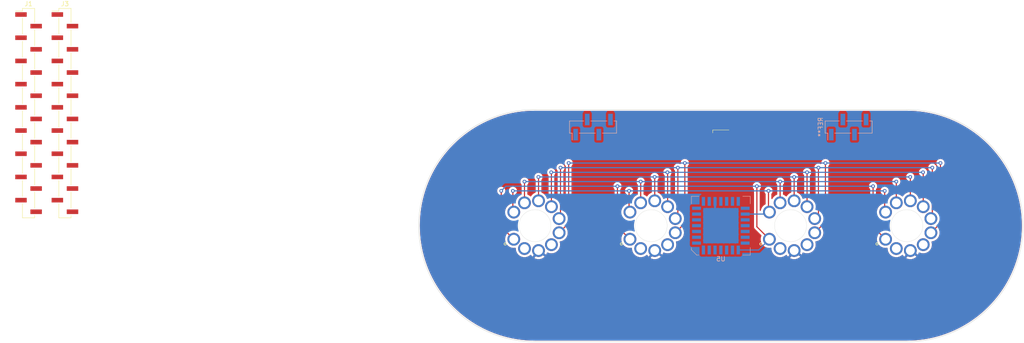
<source format=kicad_pcb>
(kicad_pcb (version 20221018) (generator pcbnew)
  (layers (0 "F.Cu" signal) (31 "B.Cu" signal) (34 "B.Paste" user) (35 "F.Paste" user) (36 "B.SilkS" user "B.Silkscreen") (37 "F.SilkS" user "F.Silkscreen") (38 "B.Mask" user) (39 "F.Mask" user) (44 "Edge.Cuts" user))
  (net 0 "")
  (net 1 "GND")
  (net 2 "E1")
  (net 3 "+GRID")
  (net 4 "+HEATER")
  (net 5 "D1")
  (net 6 "C1")
  (net 7 "B1")
  (net 8 "A1")
  (net 9 "G1")
  (net 10 "E2")
  (net 11 "D2")
  (net 12 "C2")
  (net 13 "B2")
  (net 14 "A2")
  (net 15 "G2")
  (net 16 "E3")
  (net 17 "D3")
  (net 18 "C3")
  (net 19 "B3")
  (net 20 "A3")
  (net 21 "G3")
  (net 22 "E4")
  (net 23 "D4")
  (net 24 "C4")
  (net 25 "B4")
  (net 26 "A4")
  (net 27 "F3")
  (net 28 "G4")
  (net 29 "F2")
  (net 30 "F1")
  (net 31 "F4")
  (net 43 "BLANK")
  (net 44 "CLK")
  (net 45 "STROBE")
  (net 49 "F")
  (net 50 "G")
  (net 51 "A")
  (net 52 "B")
  (net 53 "C")
  (net 54 "D")
  (net 55 "E")
  (net 56 "Data IN")
  (net 57 "+3V3")
  (net 58 "Grid1")
  (net 59 "Grid2")
  (net 60 "Grid3")
  (net 61 "Grid4")
  (footprint "Indicator-Tube:IV-12" (layer "F.Cu") (at 193.04 83.82)
    (fp_text reference "U3" hide)
    (fp_text value "~")
    (fp_circle (center -6.5 4) (end -6.289687 3.864839) (stroke (width 0.15)) (fill none) (layer "F.SilkS"))
    (fp_circle (center 0 0) (end 0 -3.5) (stroke (width 0.05)) (fill none) (layer "Edge.Cuts"))
    (pad "1" thru_hole circle (at -4.626894 2.973524 122.698) (size 2.8 2.8) (drill 1.95) (layers "*.Cu" "*.Mask") (net 55 "E"))
    (pad "2" thru_hole circle (at -2.284782 5.002975 155.399) (size 2.8 2.8) (drill 1.95) (layers "*.Cu" "*.Mask") (net 4 "+HEATER"))
    (pad "3" thru_hole circle (at 0.782731 5.444017 188.199) (size 2.8 2.8) (drill 1.95) (layers "*.Cu" "*.Mask") (net 1 "GND"))
    (pad "4" thru_hole circle (at 3.601733 4.156622 220.899) (size 2.8 2.8) (drill 1.95) (layers "*.Cu" "*.Mask") (net 60 "Grid3"))
    (pad "5" thru_hole circle (at 5.277211 1.549529 253.6) (size 2.8 2.8) (drill 1.95) (layers "*.Cu" "*.Mask") (net 54 "D"))
    (pad "6" thru_hole circle (at 5.277211 -1.549529 286.3) (size 2.8 2.8) (drill 1.95) (layers "*.Cu" "*.Mask") (net 53 "C"))
    (pad "7" thru_hole circle (at 3.601734 -4.156622 319.1) (size 2.8 2.8) (drill 1.95) (layers "*.Cu" "*.Mask") (net 52 "B"))
    (pad "8" thru_hole circle (at 0.782732 -5.444017 351.8) (size 2.8 2.8) (drill 1.95) (layers "*.Cu" "*.Mask") (net 51 "A"))
    (pad "9" thru_hole circle (at -2.284782 -5.002975 24.5) (size 2.8 2.8) (drill 1.95) (layers "*.Cu" "*.Mask") (net 50 "G"))
    (pad "10" thru_hole circle (at -4.626894 -2.973524 57.199) (size 2.8 2.8) (drill 1.95) (layers "*.Cu" "*.Mask") (net 49 "F"))
  )
  (footprint "Connector_PinHeader_2.54mm:PinHeader_1x18_P2.54mm_Vertical_SMD_Pin1Left" (layer "F.Cu") (at 34.413 59.182)
    (fp_text reference "J3" (at 0 -23.92) (layer "F.SilkS"))
    (fp_text value "Conn_01x18_Pin")
    (fp_line (start -1.33 -22.92) (end -1.33 -22.35) (stroke (width 0.12)) (layer "F.SilkS"))
    (fp_line (start -1.33 -22.92) (end 1.33 -22.92) (stroke (width 0.12)) (layer "F.SilkS"))
    (fp_line (start -1.33 -22.35) (end -2.85 -22.35) (stroke (width 0.12)) (layer "F.SilkS"))
    (fp_line (start -1.33 -20.83) (end -1.33 -17.27) (stroke (width 0.12)) (layer "F.SilkS"))
    (fp_line (start -1.33 -15.75) (end -1.33 -12.19) (stroke (width 0.12)) (layer "F.SilkS"))
    (fp_line (start -1.33 -10.67) (end -1.33 -7.11) (stroke (width 0.12)) (layer "F.SilkS"))
    (fp_line (start -1.33 -5.59) (end -1.33 -2.03) (stroke (width 0.12)) (layer "F.SilkS"))
    (fp_line (start -1.33 -0.51) (end -1.33 3.05) (stroke (width 0.12)) (layer "F.SilkS"))
    (fp_line (start -1.33 4.57) (end -1.33 8.13) (stroke (width 0.12)) (layer "F.SilkS"))
    (fp_line (start -1.33 9.65) (end -1.33 13.21) (stroke (width 0.12)) (layer "F.SilkS"))
    (fp_line (start -1.33 14.73) (end -1.33 18.29) (stroke (width 0.12)) (layer "F.SilkS"))
    (fp_line (start -1.33 19.81) (end -1.33 22.92) (stroke (width 0.12)) (layer "F.SilkS"))
    (fp_line (start -1.33 22.92) (end 1.33 22.92) (stroke (width 0.12)) (layer "F.SilkS"))
    (fp_line (start 1.33 -22.92) (end 1.33 -19.81) (stroke (width 0.12)) (layer "F.SilkS"))
    (fp_line (start 1.33 -18.29) (end 1.33 -14.73) (stroke (width 0.12)) (layer "F.SilkS"))
    (fp_line (start 1.33 -13.21) (end 1.33 -9.65) (stroke (width 0.12)) (layer "F.SilkS"))
    (fp_line (start 1.33 -8.13) (end 1.33 -4.57) (stroke (width 0.12)) (layer "F.SilkS"))
    (fp_line (start 1.33 -3.05) (end 1.33 0.51) (stroke (width 0.12)) (layer "F.SilkS"))
    (fp_line (start 1.33 2.03) (end 1.33 5.59) (stroke (width 0.12)) (layer "F.SilkS"))
    (fp_line (start 1.33 7.11) (end 1.33 10.67) (stroke (width 0.12)) (layer "F.SilkS"))
    (fp_line (start 1.33 12.19) (end 1.33 15.75) (stroke (width 0.12)) (layer "F.SilkS"))
    (fp_line (start 1.33 17.27) (end 1.33 20.83) (stroke (width 0.12)) (layer "F.SilkS"))
    (fp_line (start 1.33 22.35) (end 1.33 22.92) (stroke (width 0.12)) (layer "F.SilkS"))
    (pad "1" smd rect (at -1.655 -21.59) (size 2.51 1) (layers "F.Cu" "F.Paste" "F.Mask") (net 3 "+GRID"))
    (pad "2" smd rect (at 1.655 -19.05) (size 2.51 1) (layers "F.Cu" "F.Paste" "F.Mask") (net 1 "GND"))
    (pad "3" smd rect (at -1.655 -16.51) (size 2.51 1) (layers "F.Cu" "F.Paste" "F.Mask") (net 1 "GND"))
    (pad "4" smd rect (at 1.655 -13.97) (size 2.51 1) (layers "F.Cu" "F.Paste" "F.Mask") (net 29 "F2"))
    (pad "5" smd rect (at -1.655 -11.43) (size 2.51 1) (layers "F.Cu" "F.Paste" "F.Mask") (net 15 "G2"))
    (pad "6" smd rect (at 1.655 -8.89) (size 2.51 1) (layers "F.Cu" "F.Paste" "F.Mask") (net 14 "A2"))
    (pad "7" smd rect (at -1.655 -6.35) (size 2.51 1) (layers "F.Cu" "F.Paste" "F.Mask") (net 13 "B2"))
    (pad "8" smd rect (at 1.655 -3.81) (size 2.51 1) (layers "F.Cu" "F.Paste" "F.Mask") (net 12 "C2"))
    (pad "9" smd rect (at -1.655 -1.27) (size 2.51 1) (layers "F.Cu" "F.Paste" "F.Mask") (net 11 "D2"))
    (pad "10" smd rect (at 1.655 1.27) (size 2.51 1) (layers "F.Cu" "F.Paste" "F.Mask") (net 10 "E2"))
    (pad "11" smd rect (at -1.655 3.81) (size 2.51 1) (layers "F.Cu" "F.Paste" "F.Mask") (net 1 "GND"))
    (pad "12" smd rect (at 1.655 6.35) (size 2.51 1) (layers "F.Cu" "F.Paste" "F.Mask") (net 30 "F1"))
    (pad "13" smd rect (at -1.655 8.89) (size 2.51 1) (layers "F.Cu" "F.Paste" "F.Mask") (net 9 "G1"))
    (pad "14" smd rect (at 1.655 11.43) (size 2.51 1) (layers "F.Cu" "F.Paste" "F.Mask") (net 8 "A1"))
    (pad "15" smd rect (at -1.655 13.97) (size 2.51 1) (layers "F.Cu" "F.Paste" "F.Mask") (net 7 "B1"))
    (pad "16" smd rect (at 1.655 16.51) (size 2.51 1) (layers "F.Cu" "F.Paste" "F.Mask") (net 6 "C1"))
    (pad "17" smd rect (at -1.655 19.05) (size 2.51 1) (layers "F.Cu" "F.Paste" "F.Mask") (net 5 "D1"))
    (pad "18" smd rect (at 1.655 21.59) (size 2.51 1) (layers "F.Cu" "F.Paste" "F.Mask") (net 2 "E1"))
  )
  (footprint "Sensor_Ambient:WSOF6" (layer "F.Cu") (at 177.8 63.754)
    (fp_text reference "REF**")
    (fp_text value "WSOF6")
    (fp_line (start -1.778 -0.889) (end 1.778 -0.889) (stroke (width 0.1)) (layer "F.SilkS"))
    (fp_line (start -1.778 -0.254) (end -1.778 -0.889) (stroke (width 0.1)) (layer "F.SilkS"))
    (pad "" smd roundrect (at 0 0 90) (size 1.2 1.5) (layers "F.Cu" "F.Paste" "F.Mask"))
    (pad "1" smd roundrect (at -1.27 -0.508 90) (size 0.22 0.5) (layers "F.Cu" "F.Paste" "F.Mask"))
    (pad "2" smd roundrect (at -1.27 0 90) (size 0.22 0.5) (layers "F.Cu" "F.Paste" "F.Mask"))
    (pad "3" smd roundrect (at -1.27 0.508 90) (size 0.22 0.5) (layers "F.Cu" "F.Paste" "F.Mask"))
    (pad "4" smd roundrect (at 1.27 0.508 90) (size 0.22 0.5) (layers "F.Cu" "F.Paste" "F.Mask"))
    (pad "5" smd roundrect (at 1.27 0 90) (size 0.22 0.5) (layers "F.Cu" "F.Paste" "F.Mask"))
    (pad "6" smd roundrect (at 1.27 -0.508 90) (size 0.22 0.5) (layers "F.Cu" "F.Paste" "F.Mask"))
  )
  (footprint "Indicator-Tube:IV-12" (layer "F.Cu") (at 137.16 83.82)
    (fp_text reference "U1" hide)
    (fp_text value "~")
    (fp_circle (center -6.5 4) (end -6.289687 3.864839) (stroke (width 0.15)) (fill none) (layer "F.SilkS"))
    (fp_circle (center 0 0) (end 0 -3.5) (stroke (width 0.05)) (fill none) (layer "Edge.Cuts"))
    (pad "1" thru_hole circle (at -4.626894 2.973524 122.698) (size 2.8 2.8) (drill 1.95) (layers "*.Cu" "*.Mask") (net 55 "E"))
    (pad "2" thru_hole circle (at -2.284782 5.002975 155.399) (size 2.8 2.8) (drill 1.95) (layers "*.Cu" "*.Mask") (net 4 "+HEATER"))
    (pad "3" thru_hole circle (at 0.782731 5.444017 188.199) (size 2.8 2.8) (drill 1.95) (layers "*.Cu" "*.Mask") (net 1 "GND"))
    (pad "4" thru_hole circle (at 3.601733 4.156622 220.899) (size 2.8 2.8) (drill 1.95) (layers "*.Cu" "*.Mask") (net 58 "Grid1"))
    (pad "5" thru_hole circle (at 5.277211 1.549529 253.6) (size 2.8 2.8) (drill 1.95) (layers "*.Cu" "*.Mask") (net 54 "D"))
    (pad "6" thru_hole circle (at 5.277211 -1.549529 286.3) (size 2.8 2.8) (drill 1.95) (layers "*.Cu" "*.Mask") (net 53 "C"))
    (pad "7" thru_hole circle (at 3.601734 -4.156622 319.1) (size 2.8 2.8) (drill 1.95) (layers "*.Cu" "*.Mask") (net 52 "B"))
    (pad "8" thru_hole circle (at 0.782732 -5.444017 351.8) (size 2.8 2.8) (drill 1.95) (layers "*.Cu" "*.Mask") (net 51 "A"))
    (pad "9" thru_hole circle (at -2.284782 -5.002975 24.5) (size 2.8 2.8) (drill 1.95) (layers "*.Cu" "*.Mask") (net 50 "G"))
    (pad "10" thru_hole circle (at -4.626894 -2.973524 57.199) (size 2.8 2.8) (drill 1.95) (layers "*.Cu" "*.Mask") (net 49 "F"))
  )
  (footprint "Connector_PinHeader_2.54mm:PinHeader_1x18_P2.54mm_Vertical_SMD_Pin1Left" (layer "F.Cu") (at 26.463 59.182)
    (fp_text reference "J1" (at 0 -23.92) (layer "F.SilkS"))
    (fp_text value "Conn_01x18_Pin")
    (fp_line (start -1.33 -22.92) (end -1.33 -22.35) (stroke (width 0.12)) (layer "F.SilkS"))
    (fp_line (start -1.33 -22.92) (end 1.33 -22.92) (stroke (width 0.12)) (layer "F.SilkS"))
    (fp_line (start -1.33 -22.35) (end -2.85 -22.35) (stroke (width 0.12)) (layer "F.SilkS"))
    (fp_line (start -1.33 -20.83) (end -1.33 -17.27) (stroke (width 0.12)) (layer "F.SilkS"))
    (fp_line (start -1.33 -15.75) (end -1.33 -12.19) (stroke (width 0.12)) (layer "F.SilkS"))
    (fp_line (start -1.33 -10.67) (end -1.33 -7.11) (stroke (width 0.12)) (layer "F.SilkS"))
    (fp_line (start -1.33 -5.59) (end -1.33 -2.03) (stroke (width 0.12)) (layer "F.SilkS"))
    (fp_line (start -1.33 -0.51) (end -1.33 3.05) (stroke (width 0.12)) (layer "F.SilkS"))
    (fp_line (start -1.33 4.57) (end -1.33 8.13) (stroke (width 0.12)) (layer "F.SilkS"))
    (fp_line (start -1.33 9.65) (end -1.33 13.21) (stroke (width 0.12)) (layer "F.SilkS"))
    (fp_line (start -1.33 14.73) (end -1.33 18.29) (stroke (width 0.12)) (layer "F.SilkS"))
    (fp_line (start -1.33 19.81) (end -1.33 22.92) (stroke (width 0.12)) (layer "F.SilkS"))
    (fp_line (start -1.33 22.92) (end 1.33 22.92) (stroke (width 0.12)) (layer "F.SilkS"))
    (fp_line (start 1.33 -22.92) (end 1.33 -19.81) (stroke (width 0.12)) (layer "F.SilkS"))
    (fp_line (start 1.33 -18.29) (end 1.33 -14.73) (stroke (width 0.12)) (layer "F.SilkS"))
    (fp_line (start 1.33 -13.21) (end 1.33 -9.65) (stroke (width 0.12)) (layer "F.SilkS"))
    (fp_line (start 1.33 -8.13) (end 1.33 -4.57) (stroke (width 0.12)) (layer "F.SilkS"))
    (fp_line (start 1.33 -3.05) (end 1.33 0.51) (stroke (width 0.12)) (layer "F.SilkS"))
    (fp_line (start 1.33 2.03) (end 1.33 5.59) (stroke (width 0.12)) (layer "F.SilkS"))
    (fp_line (start 1.33 7.11) (end 1.33 10.67) (stroke (width 0.12)) (layer "F.SilkS"))
    (fp_line (start 1.33 12.19) (end 1.33 15.75) (stroke (width 0.12)) (layer "F.SilkS"))
    (fp_line (start 1.33 17.27) (end 1.33 20.83) (stroke (width 0.12)) (layer "F.SilkS"))
    (fp_line (start 1.33 22.35) (end 1.33 22.92) (stroke (width 0.12)) (layer "F.SilkS"))
    (pad "1" smd rect (at -1.655 -21.59) (size 2.51 1) (layers "F.Cu" "F.Paste" "F.Mask") (net 16 "E3"))
    (pad "2" smd rect (at 1.655 -19.05) (size 2.51 1) (layers "F.Cu" "F.Paste" "F.Mask") (net 17 "D3"))
    (pad "3" smd rect (at -1.655 -16.51) (size 2.51 1) (layers "F.Cu" "F.Paste" "F.Mask") (net 18 "C3"))
    (pad "4" smd rect (at 1.655 -13.97) (size 2.51 1) (layers "F.Cu" "F.Paste" "F.Mask") (net 19 "B3"))
    (pad "5" smd rect (at -1.655 -11.43) (size 2.51 1) (layers "F.Cu" "F.Paste" "F.Mask") (net 20 "A3"))
    (pad "6" smd rect (at 1.655 -8.89) (size 2.51 1) (layers "F.Cu" "F.Paste" "F.Mask") (net 21 "G3"))
    (pad "7" smd rect (at -1.655 -6.35) (size 2.51 1) (layers "F.Cu" "F.Paste" "F.Mask") (net 27 "F3"))
    (pad "8" smd rect (at 1.655 -3.81) (size 2.51 1) (layers "F.Cu" "F.Paste" "F.Mask") (net 1 "GND"))
    (pad "9" smd rect (at -1.655 -1.27) (size 2.51 1) (layers "F.Cu" "F.Paste" "F.Mask") (net 22 "E4"))
    (pad "10" smd rect (at 1.655 1.27) (size 2.51 1) (layers "F.Cu" "F.Paste" "F.Mask") (net 23 "D4"))
    (pad "11" smd rect (at -1.655 3.81) (size 2.51 1) (layers "F.Cu" "F.Paste" "F.Mask") (net 24 "C4"))
    (pad "12" smd rect (at 1.655 6.35) (size 2.51 1) (layers "F.Cu" "F.Paste" "F.Mask") (net 25 "B4"))
    (pad "13" smd rect (at -1.655 8.89) (size 2.51 1) (layers "F.Cu" "F.Paste" "F.Mask") (net 26 "A4"))
    (pad "14" smd rect (at 1.655 11.43) (size 2.51 1) (layers "F.Cu" "F.Paste" "F.Mask") (net 28 "G4"))
    (pad "15" smd rect (at -1.655 13.97) (size 2.51 1) (layers "F.Cu" "F.Paste" "F.Mask") (net 31 "F4"))
    (pad "16" smd rect (at 1.655 16.51) (size 2.51 1) (layers "F.Cu" "F.Paste" "F.Mask") (net 1 "GND"))
    (pad "17" smd rect (at -1.655 19.05) (size 2.51 1) (layers "F.Cu" "F.Paste" "F.Mask") (net 1 "GND"))
    (pad "18" smd rect (at 1.655 21.59) (size 2.51 1) (layers "F.Cu" "F.Paste" "F.Mask") (net 4 "+HEATER"))
  )
  (footprint "Indicator-Tube:IV-12" (layer "F.Cu") (at 162.56 83.82)
    (fp_text reference "U2" hide)
    (fp_text value "~")
    (fp_circle (center -6.5 4) (end -6.289687 3.864839) (stroke (width 0.15)) (fill none) (layer "F.SilkS"))
    (fp_circle (center 0 0) (end 0 -3.5) (stroke (width 0.05)) (fill none) (layer "Edge.Cuts"))
    (pad "1" thru_hole circle (at -4.626894 2.973524 122.698) (size 2.8 2.8) (drill 1.95) (layers "*.Cu" "*.Mask") (net 55 "E"))
    (pad "2" thru_hole circle (at -2.284782 5.002975 155.399) (size 2.8 2.8) (drill 1.95) (layers "*.Cu" "*.Mask") (net 4 "+HEATER"))
    (pad "3" thru_hole circle (at 0.782731 5.444017 188.199) (size 2.8 2.8) (drill 1.95) (layers "*.Cu" "*.Mask") (net 1 "GND"))
    (pad "4" thru_hole circle (at 3.601733 4.156622 220.899) (size 2.8 2.8) (drill 1.95) (layers "*.Cu" "*.Mask") (net 59 "Grid2"))
    (pad "5" thru_hole circle (at 5.277211 1.549529 253.6) (size 2.8 2.8) (drill 1.95) (layers "*.Cu" "*.Mask") (net 54 "D"))
    (pad "6" thru_hole circle (at 5.277211 -1.549529 286.3) (size 2.8 2.8) (drill 1.95) (layers "*.Cu" "*.Mask") (net 53 "C"))
    (pad "7" thru_hole circle (at 3.601734 -4.156622 319.1) (size 2.8 2.8) (drill 1.95) (layers "*.Cu" "*.Mask") (net 52 "B"))
    (pad "8" thru_hole circle (at 0.782732 -5.444017 351.8) (size 2.8 2.8) (drill 1.95) (layers "*.Cu" "*.Mask") (net 51 "A"))
    (pad "9" thru_hole circle (at -2.284782 -5.002975 24.5) (size 2.8 2.8) (drill 1.95) (layers "*.Cu" "*.Mask") (net 50 "G"))
    (pad "10" thru_hole circle (at -4.626894 -2.973524 57.199) (size 2.8 2.8) (drill 1.95) (layers "*.Cu" "*.Mask") (net 49 "F"))
  )
  (footprint "Indicator-Tube:IV-12" (layer "F.Cu") (at 218.44 83.82)
    (fp_text reference "U4" hide)
    (fp_text value "~")
    (fp_circle (center -6.5 4) (end -6.289687 3.864839) (stroke (width 0.15)) (fill none) (layer "F.SilkS"))
    (fp_circle (center 0 0) (end 0 -3.5) (stroke (width 0.05)) (fill none) (layer "Edge.Cuts"))
    (pad "1" thru_hole circle (at -4.626894 2.973524 122.698) (size 2.8 2.8) (drill 1.95) (layers "*.Cu" "*.Mask") (net 55 "E"))
    (pad "2" thru_hole circle (at -2.284782 5.002975 155.399) (size 2.8 2.8) (drill 1.95) (layers "*.Cu" "*.Mask") (net 4 "+HEATER"))
    (pad "3" thru_hole circle (at 0.782731 5.444017 188.199) (size 2.8 2.8) (drill 1.95) (layers "*.Cu" "*.Mask") (net 1 "GND"))
    (pad "4" thru_hole circle (at 3.601733 4.156622 220.899) (size 2.8 2.8) (drill 1.95) (layers "*.Cu" "*.Mask") (net 61 "Grid4"))
    (pad "5" thru_hole circle (at 5.277211 1.549529 253.6) (size 2.8 2.8) (drill 1.95) (layers "*.Cu" "*.Mask") (net 54 "D"))
    (pad "6" thru_hole circle (at 5.277211 -1.549529 286.3) (size 2.8 2.8) (drill 1.95) (layers "*.Cu" "*.Mask") (net 53 "C"))
    (pad "7" thru_hole circle (at 3.601734 -4.156622 319.1) (size 2.8 2.8) (drill 1.95) (layers "*.Cu" "*.Mask") (net 52 "B"))
    (pad "8" thru_hole circle (at 0.782732 -5.444017 351.8) (size 2.8 2.8) (drill 1.95) (layers "*.Cu" "*.Mask") (net 51 "A"))
    (pad "9" thru_hole circle (at -2.284782 -5.002975 24.5) (size 2.8 2.8) (drill 1.95) (layers "*.Cu" "*.Mask") (net 50 "G"))
    (pad "10" thru_hole circle (at -4.626894 -2.973524 57.199) (size 2.8 2.8) (drill 1.95) (layers "*.Cu" "*.Mask") (net 49 "F"))
  )
  (footprint "Package_LCC:PLCC-28" (layer "B.Cu") (at 177.8 83.82)
    (fp_text reference "U5" (at 0 7.285) (layer "B.SilkS") (effects (justify mirror)))
    (fp_text value "~")
    (fp_line (start -6.435 -6.435) (end -6.435 -4.785) (stroke (width 0.1)) (layer "B.SilkS"))
    (fp_line (start -6.435 5.285) (end -6.435 4.785) (stroke (width 0.1)) (layer "B.SilkS"))
    (fp_line (start -5.285 6.435) (end -6.435 5.285) (stroke (width 0.1)) (layer "B.SilkS"))
    (fp_line (start -4.785 -6.435) (end -6.435 -6.435) (stroke (width 0.1)) (layer "B.SilkS"))
    (fp_line (start -4.785 6.435) (end -5.285 6.435) (stroke (width 0.1)) (layer "B.SilkS"))
    (fp_line (start 4.785 -6.435) (end 6.435 -6.435) (stroke (width 0.1)) (layer "B.SilkS"))
    (fp_line (start 4.785 6.435) (end 6.435 6.435) (stroke (width 0.1)) (layer "B.SilkS"))
    (fp_line (start 6.435 -6.435) (end 6.435 -4.785) (stroke (width 0.1)) (layer "B.SilkS"))
    (fp_line (start 6.435 6.435) (end 6.435 4.785) (stroke (width 0.1)) (layer "B.SilkS"))
    (pad "1" smd rect (at 0 5.3225) (size 0.7 1.925) (layers "B.Cu" "B.Paste" "B.Mask") (net 3 "+GRID"))
    (pad "2" smd rect (at -1.27 5.3225) (size 0.7 1.925) (layers "B.Cu" "B.Paste" "B.Mask"))
    (pad "3" smd rect (at -2.54 5.3225) (size 0.7 1.925) (layers "B.Cu" "B.Paste" "B.Mask"))
    (pad "4" smd rect (at -3.81 5.3225) (size 0.7 1.925) (layers "B.Cu" "B.Paste" "B.Mask"))
    (pad "5" smd rect (at -5.3225 3.81) (size 1.925 0.7) (layers "B.Cu" "B.Paste" "B.Mask"))
    (pad "6" smd rect (at -5.3225 2.54) (size 1.925 0.7) (layers "B.Cu" "B.Paste" "B.Mask"))
    (pad "7" smd rect (at -5.3225 1.27) (size 1.925 0.7) (layers "B.Cu" "B.Paste" "B.Mask"))
    (pad "8" smd rect (at -5.3225 0) (size 1.925 0.7) (layers "B.Cu" "B.Paste" "B.Mask"))
    (pad "9" smd rect (at -5.3225 -1.27) (size 1.925 0.7) (layers "B.Cu" "B.Paste" "B.Mask"))
    (pad "10" smd rect (at -5.3225 -2.54) (size 1.925 0.7) (layers "B.Cu" "B.Paste" "B.Mask"))
    (pad "11" smd rect (at -5.3225 -3.81) (size 1.925 0.7) (layers "B.Cu" "B.Paste" "B.Mask"))
    (pad "12" smd rect (at -3.81 -5.3225) (size 0.7 1.925) (layers "B.Cu" "B.Paste" "B.Mask"))
    (pad "13" smd rect (at -2.54 -5.3225) (size 0.7 1.925) (layers "B.Cu" "B.Paste" "B.Mask") (net 43 "BLANK"))
    (pad "14" smd rect (at -1.27 -5.3225) (size 0.7 1.925) (layers "B.Cu" "B.Paste" "B.Mask") (net 1 "GND"))
    (pad "15" smd rect (at 0 -5.3225) (size 0.7 1.925) (layers "B.Cu" "B.Paste" "B.Mask") (net 44 "CLK"))
    (pad "16" smd rect (at 1.27 -5.3225) (size 0.7 1.925) (layers "B.Cu" "B.Paste" "B.Mask") (net 45 "STROBE"))
    (pad "17" smd rect (at 2.54 -5.3225) (size 0.7 1.925) (layers "B.Cu" "B.Paste" "B.Mask"))
    (pad "18" smd rect (at 3.81 -5.3225) (size 0.7 1.925) (layers "B.Cu" "B.Paste" "B.Mask"))
    (pad "19" smd rect (at 5.3225 -3.81) (size 1.925 0.7) (layers "B.Cu" "B.Paste" "B.Mask"))
    (pad "20" smd rect (at 5.3225 -2.54) (size 1.925 0.7) (layers "B.Cu" "B.Paste" "B.Mask") (net 49 "F"))
    (pad "21" smd rect (at 5.3225 -1.27) (size 1.925 0.7) (layers "B.Cu" "B.Paste" "B.Mask") (net 50 "G"))
    (pad "22" smd rect (at 5.3225 0) (size 1.925 0.7) (layers "B.Cu" "B.Paste" "B.Mask") (net 51 "A"))
    (pad "23" smd rect (at 5.3225 1.27) (size 1.925 0.7) (layers "B.Cu" "B.Paste" "B.Mask") (net 52 "B"))
    (pad "24" smd rect (at 5.3225 2.54) (size 1.925 0.7) (layers "B.Cu" "B.Paste" "B.Mask") (net 53 "C"))
    (pad "25" smd rect (at 5.3225 3.81) (size 1.925 0.7) (layers "B.Cu" "B.Paste" "B.Mask") (net 54 "D"))
    (pad "26" smd rect (at 3.81 5.3225) (size 0.7 1.925) (layers "B.Cu" "B.Paste" "B.Mask") (net 55 "E"))
    (pad "27" smd rect (at 2.54 5.3225) (size 0.7 1.925) (layers "B.Cu" "B.Paste" "B.Mask") (net 56 "Data IN"))
    (pad "28" smd rect (at 1.27 5.3225) (size 0.7 1.925) (layers "B.Cu" "B.Paste" "B.Mask") (net 57 "+3V3"))
  )
  (footprint "Connector_PinHeader_2.54mm:PinHeader_1x04_P2.54mm_Vertical_SMD_Pin1Right" (layer "B.Cu") (at 205.74 62.23 -90)
    (fp_text reference "REF**" (at 0 6.14 90) (layer "B.SilkS") (effects (justify mirror)))
    (fp_text value "PinHeader_1x04_P2.54mm_Vertical_SMD_Pin1Right")
    (fp_line (start -1.33 -5.14) (end 1.33 -5.14) (stroke (width 0.12)) (layer "B.SilkS"))
    (fp_line (start -1.33 -4.57) (end -1.33 -5.14) (stroke (width 0.12)) (layer "B.SilkS"))
    (fp_line (start -1.33 0.51) (end -1.33 -3.05) (stroke (width 0.12)) (layer "B.SilkS"))
    (fp_line (start -1.33 5.14) (end -1.33 2.03) (stroke (width 0.12)) (layer "B.SilkS"))
    (fp_line (start -1.33 5.14) (end 1.33 5.14) (stroke (width 0.12)) (layer "B.SilkS"))
    (fp_line (start 1.33 -2.03) (end 1.33 -5.14) (stroke (width 0.12)) (layer "B.SilkS"))
    (fp_line (start 1.33 3.05) (end 1.33 -0.51) (stroke (width 0.12)) (layer "B.SilkS"))
    (fp_line (start 1.33 4.57) (end 2.85 4.57) (stroke (width 0.12)) (layer "B.SilkS"))
    (fp_line (start 1.33 5.14) (end 1.33 4.57) (stroke (width 0.12)) (layer "B.SilkS"))
    (pad "1" smd rect (at 1.655 3.81 270) (size 2.51 1) (layers "B.Cu" "B.Paste" "B.Mask"))
    (pad "2" smd rect (at -1.655 1.27 270) (size 2.51 1) (layers "B.Cu" "B.Paste" "B.Mask"))
    (pad "3" smd rect (at 1.655 -1.27 270) (size 2.51 1) (layers "B.Cu" "B.Paste" "B.Mask"))
    (pad "4" smd rect (at -1.655 -3.81 270) (size 2.51 1) (layers "B.Cu" "B.Paste" "B.Mask"))
  )
  (footprint "Connector_PinHeader_2.54mm:PinHeader_1x04_P2.54mm_Vertical_SMD_Pin1Right" (layer "B.Cu") (at 149.86 62.23 -90)
    (fp_text reference "REF**" hide)
    (fp_text value "PinHeader_1x04_P2.54mm_Vertical_SMD_Pin1Right" hide)
    (fp_line (start -1.33 -5.14) (end 1.33 -5.14) (stroke (width 0.12)) (layer "B.SilkS"))
    (fp_line (start -1.33 -4.57) (end -1.33 -5.14) (stroke (width 0.12)) (layer "B.SilkS"))
    (fp_line (start -1.33 0.51) (end -1.33 -3.05) (stroke (width 0.12)) (layer "B.SilkS"))
    (fp_line (start -1.33 5.14) (end -1.33 2.03) (stroke (width 0.12)) (layer "B.SilkS"))
    (fp_line (start -1.33 5.14) (end 1.33 5.14) (stroke (width 0.12)) (layer "B.SilkS"))
    (fp_line (start 1.33 -2.03) (end 1.33 -5.14) (stroke (width 0.12)) (layer "B.SilkS"))
    (fp_line (start 1.33 3.05) (end 1.33 -0.51) (stroke (width 0.12)) (layer "B.SilkS"))
    (fp_line (start 1.33 4.57) (end 2.85 4.57) (stroke (width 0.12)) (layer "B.SilkS"))
    (fp_line (start 1.33 5.14) (end 1.33 4.57) (stroke (width 0.12)) (layer "B.SilkS"))
    (pad "1" smd rect (at 1.655 3.81 270) (size 2.51 1) (layers "B.Cu" "B.Paste" "B.Mask"))
    (pad "2" smd rect (at -1.655 1.27 270) (size 2.51 1) (layers "B.Cu" "B.Paste" "B.Mask"))
    (pad "3" smd rect (at 1.655 -1.27 270) (size 2.51 1) (layers "B.Cu" "B.Paste" "B.Mask"))
    (pad "4" smd rect (at -1.655 -3.81 270) (size 2.51 1) (layers "B.Cu" "B.Paste" "B.Mask"))
  )
  (gr_line (start 137.16 109.22) (end 218.44 109.22) (stroke (width 0.1)) (layer "Edge.Cuts"))
  (gr_line (start 218.44 58.42) (end 137.16 58.42) (stroke (width 0.1)) (layer "Edge.Cuts"))
  (gr_arc (start 218.44 58.42) (mid 243.84 83.82) (end 218.44 109.22) (stroke (width 0.1)) (layer "Edge.Cuts"))
  (gr_arc (start 137.16 109.22) (mid 111.76 83.82) (end 137.16 58.42) (stroke (width 0.1)) (layer "Edge.Cuts"))
  (segment (start 213.614 76.2) (end 213.614 80.64737) (width 0.25) (layer "F.Cu") (net 49))
  (segment (start 188.214 80.64737) (end 188.413106 80.846476) (width 0.25) (layer "F.Cu") (net 49))
  (segment (start 132.334 76.2) (end 132.334 80.64737) (width 0.25) (layer "F.Cu") (net 49))
  (segment (start 157.933106 80.846476) (end 157.734 80.64737) (width 0.25) (layer "F.Cu") (net 49))
  (segment (start 188.214 76.2) (end 188.214 80.64737) (width 0.25) (layer "F.Cu") (net 49))
  (segment (start 157.734 80.64737) (end 157.734 76.2) (width 0.25) (layer "F.Cu") (net 49))
  (segment (start 213.614 80.64737) (end 213.813106 80.846476) (width 0.25) (layer "F.Cu") (net 49))
  (segment (start 132.334 80.64737) (end 132.533106 80.846476) (width 0.25) (layer "F.Cu") (net 49))
  (via (at 213.614 76.2) (size 0.8) (drill 0.4) (layers "F.Cu" "B.Cu") (net 49))
  (via (at 188.214 76.2) (size 0.8) (drill 0.4) (layers "F.Cu" "B.Cu") (net 49))
  (via (at 157.734 76.2) (size 0.8) (drill 0.4) (layers "F.Cu" "B.Cu") (net 49))
  (via (at 132.334 76.2) (size 0.8) (drill 0.4) (layers "F.Cu" "B.Cu") (net 49))
  (segment (start 187.979582 81.28) (end 188.413106 80.846476) (width 0.25) (layer "B.Cu") (net 49))
  (segment (start 132.334 76.2) (end 157.734 76.2) (width 0.25) (layer "B.Cu") (net 49))
  (segment (start 157.734 76.2) (end 188.214 76.2) (width 0.25) (layer "B.Cu") (net 49))
  (segment (start 183.1225 81.28) (end 187.979582 81.28) (width 0.25) (layer "B.Cu") (net 49))
  (segment (start 188.214 76.2) (end 213.614 76.2) (width 0.25) (layer "B.Cu") (net 49))
  (segment (start 190.755218 74.168) (end 190.755218 78.817025) (width 0.25) (layer "F.Cu") (net 50))
  (segment (start 216.154 74.168) (end 216.155218 74.169218) (width 0.25) (layer "F.Cu") (net 50))
  (segment (start 160.275218 74.168) (end 160.275218 78.817025) (width 0.25) (layer "F.Cu") (net 50))
  (segment (start 134.874 74.168) (end 134.875218 74.169218) (width 0.25) (layer "F.Cu") (net 50))
  (segment (start 216.155218 74.169218) (end 216.155218 78.817025) (width 0.25) (layer "F.Cu") (net 50))
  (segment (start 134.875218 74.169218) (end 134.875218 78.817025) (width 0.25) (layer "F.Cu") (net 50))
  (via (at 216.154 74.168) (size 0.8) (drill 0.4) (layers "F.Cu" "B.Cu") (net 50))
  (via (at 190.755218 74.168) (size 0.8) (drill 0.4) (layers "F.Cu" "B.Cu") (net 50))
  (via (at 160.275218 74.168) (size 0.8) (drill 0.4) (layers "F.Cu" "B.Cu") (net 50))
  (via (at 134.874 74.168) (size 0.8) (drill 0.4) (layers "F.Cu" "B.Cu") (net 50))
  (segment (start 160.275218 74.168) (end 134.874 74.168) (width 0.25) (layer "B.Cu") (net 50))
  (segment (start 190.755218 74.168) (end 160.275218 74.168) (width 0.25) (layer "B.Cu") (net 50))
  (segment (start 190.755218 74.168) (end 216.154 74.168) (width 0.25) (layer "B.Cu") (net 50))
  (segment (start 163.342732 73.172732) (end 163.322 73.152) (width 0.25) (layer "F.Cu") (net 51))
  (segment (start 163.342732 78.375983) (end 163.342732 73.172732) (width 0.25) (layer "F.Cu") (net 51))
  (segment (start 137.942732 73.172732) (end 137.942732 78.375983) (width 0.25) (layer "F.Cu") (net 51))
  (segment (start 219.202 73.152) (end 219.222732 73.172732) (width 0.25) (layer "F.Cu") (net 51))
  (segment (start 219.222732 73.172732) (end 219.222732 78.375983) (width 0.25) (layer "F.Cu") (net 51))
  (segment (start 193.822732 73.172732) (end 193.822732 78.375983) (width 0.25) (layer "F.Cu") (net 51))
  (segment (start 137.922 73.152) (end 137.942732 73.172732) (width 0.25) (layer "F.Cu") (net 51))
  (via (at 219.202 73.152) (size 0.8) (drill 0.4) (layers "F.Cu" "B.Cu") (net 51))
  (via (at 193.822732 73.172732) (size 0.8) (drill 0.4) (layers "F.Cu" "B.Cu") (net 51))
  (via (at 163.322 73.152) (size 0.8) (drill 0.4) (layers "F.Cu" "B.Cu") (net 51))
  (via (at 137.922 73.152) (size 0.8) (drill 0.4) (layers "F.Cu" "B.Cu") (net 51))
  (segment (start 193.822732 73.172732) (end 193.843464 73.152) (width 0.25) (layer "B.Cu") (net 51))
  (segment (start 193.802 73.152) (end 163.322 73.152) (width 0.25) (layer "B.Cu") (net 51))
  (segment (start 193.822732 73.172732) (end 193.802 73.152) (width 0.25) (layer "B.Cu") (net 51))
  (segment (start 163.322 73.152) (end 137.922 73.152) (width 0.25) (layer "B.Cu") (net 51))
  (segment (start 193.843464 73.152) (end 219.202 73.152) (width 0.25) (layer "B.Cu") (net 51))
  (segment (start 140.716 72.136) (end 140.761734 72.181734) (width 0.25) (layer "F.Cu") (net 52))
  (segment (start 140.761734 72.181734) (end 140.761734 79.663378) (width 0.25) (layer "F.Cu") (net 52))
  (segment (start 196.641734 72.136) (end 196.641734 79.663378) (width 0.25) (layer "F.Cu") (net 52))
  (segment (start 222.041734 72.181734) (end 222.041734 79.663378) (width 0.25) (layer "F.Cu") (net 52))
  (segment (start 166.161734 72.181734) (end 166.161734 79.663378) (width 0.25) (layer "F.Cu") (net 52))
  (segment (start 166.116 72.136) (end 166.161734 72.181734) (width 0.25) (layer "F.Cu") (net 52))
  (segment (start 221.996 72.136) (end 222.041734 72.181734) (width 0.25) (layer "F.Cu") (net 52))
  (via (at 196.641734 72.136) (size 0.8) (drill 0.4) (layers "F.Cu" "B.Cu") (net 52))
  (via (at 140.716 72.136) (size 0.8) (drill 0.4) (layers "F.Cu" "B.Cu") (net 52))
  (via (at 166.116 72.136) (size 0.8) (drill 0.4) (layers "F.Cu" "B.Cu") (net 52))
  (via (at 221.996 72.136) (size 0.8) (drill 0.4) (layers "F.Cu" "B.Cu") (net 52))
  (segment (start 196.641734 72.136) (end 166.116 72.136) (width 0.25) (layer "B.Cu") (net 52))
  (segment (start 196.641734 72.136) (end 221.996 72.136) (width 0.25) (layer "B.Cu") (net 52))
  (segment (start 166.116 72.136) (end 140.716 72.136) (width 0.25) (layer "B.Cu") (net 52))
  (segment (start 224.028 71.12) (end 224.028 81.959682) (width 0.25) (layer "F.Cu") (net 53))
  (segment (start 142.748 81.959682) (end 142.437211 82.270471) (width 0.25) (layer "F.Cu") (net 53))
  (segment (start 142.748 71.12) (end 142.748 81.959682) (width 0.25) (layer "F.Cu") (net 53))
  (segment (start 167.837211 82.270471) (end 168.402 81.705682) (width 0.25) (layer "F.Cu") (net 53))
  (segment (start 168.402 81.705682) (end 168.402 71.12) (width 0.25) (layer "F.Cu") (net 53))
  (segment (start 199.136 81.451682) (end 198.317211 82.270471) (width 0.25) (layer "F.Cu") (net 53))
  (segment (start 199.136 71.12) (end 199.136 81.451682) (width 0.25) (layer "F.Cu") (net 53))
  (segment (start 224.028 81.959682) (end 223.717211 82.270471) (width 0.25) (layer "F.Cu") (net 53))
  (via (at 168.402 71.12) (size 0.8) (drill 0.4) (layers "F.Cu" "B.Cu") (net 53))
  (via (at 199.136 71.12) (size 0.8) (drill 0.4) (layers "F.Cu" "B.Cu") (net 53))
  (via (at 224.028 71.12) (size 0.8) (drill 0.4) (layers "F.Cu" "B.Cu") (net 53))
  (via (at 142.748 71.12) (size 0.8) (drill 0.4) (layers "F.Cu" "B.Cu") (net 53))
  (segment (start 199.136 71.12) (end 224.028 71.12) (width 0.25) (layer "B.Cu") (net 53))
  (segment (start 168.402 71.12) (end 142.748 71.12) (width 0.25) (layer "B.Cu") (net 53))
  (segment (start 168.402 71.12) (end 199.136 71.12) (width 0.25) (layer "B.Cu") (net 53))
  (segment (start 144.526 70.104) (end 144.526 83.28074) (width 0.25) (layer "F.Cu") (net 54))
  (segment (start 169.926 83.28074) (end 167.837211 85.369529) (width 0.25) (layer "F.Cu") (net 54))
  (segment (start 200.66 83.02674) (end 198.317211 85.369529) (width 0.25) (layer "F.Cu") (net 54))
  (segment (start 200.66 70.104) (end 200.66 83.02674) (width 0.25) (layer "F.Cu") (net 54))
  (segment (start 169.926 70.104) (end 169.926 83.28074) (width 0.25) (layer "F.Cu") (net 54))
  (segment (start 225.806 70.104) (end 225.806 83.28074) (width 0.25) (layer "F.Cu") (net 54))
  (segment (start 225.806 83.28074) (end 223.717211 85.369529) (width 0.25) (layer "F.Cu") (net 54))
  (segment (start 144.526 83.28074) (end 142.437211 85.369529) (width 0.25) (layer "F.Cu") (net 54))
  (via (at 200.66 70.104) (size 0.8) (drill 0.4) (layers "F.Cu" "B.Cu") (net 54))
  (via (at 225.806 70.104) (size 0.8) (drill 0.4) (layers "F.Cu" "B.Cu") (net 54))
  (via (at 144.526 70.104) (size 0.8) (drill 0.4) (layers "F.Cu" "B.Cu") (net 54))
  (via (at 169.926 70.104) (size 0.8) (drill 0.4) (layers "F.Cu" "B.Cu") (net 54))
  (segment (start 169.926 70.104) (end 144.526 70.104) (width 0.25) (layer "B.Cu") (net 54))
  (segment (start 200.66 70.104) (end 169.926 70.104) (width 0.25) (layer "B.Cu") (net 54))
  (segment (start 200.66 70.104) (end 225.806 70.104) (width 0.25) (layer "B.Cu") (net 54))
  (segment (start 169.138471 85.369529) (end 167.837211 85.369529) (width 0.2) (layer "B.Cu") (net 54))
  (segment (start 185.674 84.054418) (end 188.413106 86.793524) (width 0.25) (layer "F.Cu") (net 55))
  (segment (start 185.674 75.184) (end 185.674 84.054418) (width 0.25) (layer "F.Cu") (net 55))
  (segment (start 155.194 75.184) (end 155.194 84.054418) (width 0.25) (layer "F.Cu") (net 55))
  (segment (start 129.794 84.054418) (end 132.533106 86.793524) (width 0.25) (layer "F.Cu") (net 55))
  (segment (start 155.194 84.054418) (end 157.933106 86.793524) (width 0.25) (layer "F.Cu") (net 55))
  (segment (start 129.794 76.2) (end 129.794 84.054418) (width 0.25) (layer "F.Cu") (net 55))
  (segment (start 211.074 75.184) (end 211.074 84.054418) (width 0.25) (layer "F.Cu") (net 55))
  (segment (start 211.074 84.054418) (end 213.813106 86.793524) (width 0.25) (layer "F.Cu") (net 55))
  (via (at 129.794 76.2) (size 0.8) (drill 0.4) (layers "F.Cu" "B.Cu") (net 55))
  (via (at 185.674 75.184) (size 0.8) (drill 0.4) (layers "F.Cu" "B.Cu") (net 55))
  (via (at 211.074 75.184) (size 0.8) (drill 0.4) (layers "F.Cu" "B.Cu") (net 55))
  (via (at 155.194 75.184) (size 0.8) (drill 0.4) (layers "F.Cu" "B.Cu") (net 55))
  (segment (start 155.194 75.184) (end 185.674 75.184) (width 0.25) (layer "B.Cu") (net 55))
  (segment (start 211.074 75.184) (end 185.674 75.184) (width 0.25) (layer "B.Cu") (net 55))
  (segment (start 181.61 89.1425) (end 186.06413 89.1425) (width 0.25) (layer "B.Cu") (net 55))
  (segment (start 186.06413 89.1425) (end 188.413106 86.793524) (width 0.25) (layer "B.Cu") (net 55))
  (segment (start 130.81 75.184) (end 129.794 76.2) (width 0.25) (layer "B.Cu") (net 55))
  (segment (start 155.194 75.184) (end 130.81 75.184) (width 0.25) (layer "B.Cu") (net 55))
  (zone (net 1) (net_name "GND") (layers "F&B.Cu") (connect_pads (clearance 0.5)) (min_thickness 0.25) (fill yes (thermal_gap 0.5) (thermal_bridge_width 0.5))
    (polygon (pts (xy 244.094 58.166) (xy 244.094 109.474) (xy 111.252 109.474) (xy 111.252 58.166)))
  )
)
</source>
